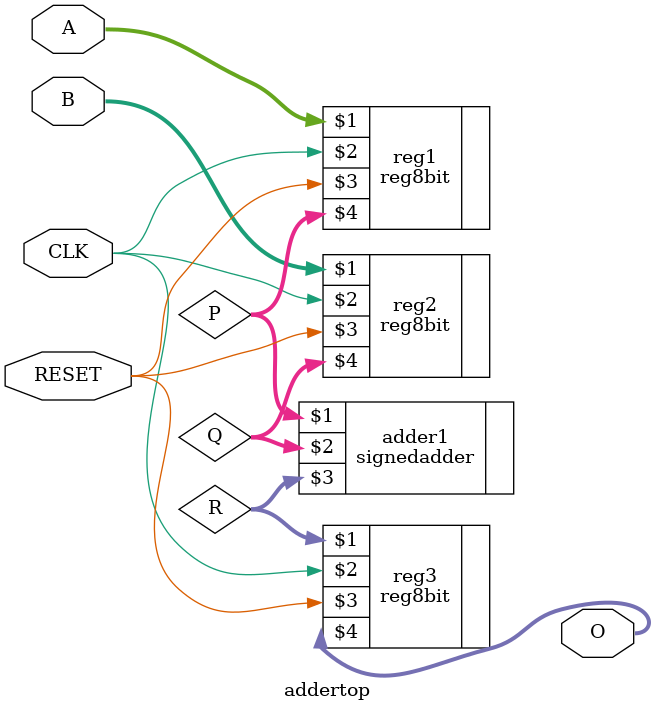
<source format=v>
`timescale 1ns / 1ps


module addertop(O, A, B, CLK, RESET);
  input [7:0]A;
  input [7:0]B;
  output [7:0]O;
  input CLK;
  input RESET;
  
  wire [7:0]P;
  wire [7:0]Q;
  wire [7:0]R;
  
reg8bit reg1(A, CLK, RESET, P);
reg8bit reg2(B, CLK, RESET, Q);
reg8bit reg3(R, CLK, RESET, O);
signedadder adder1(P, Q, R);
endmodule

</source>
